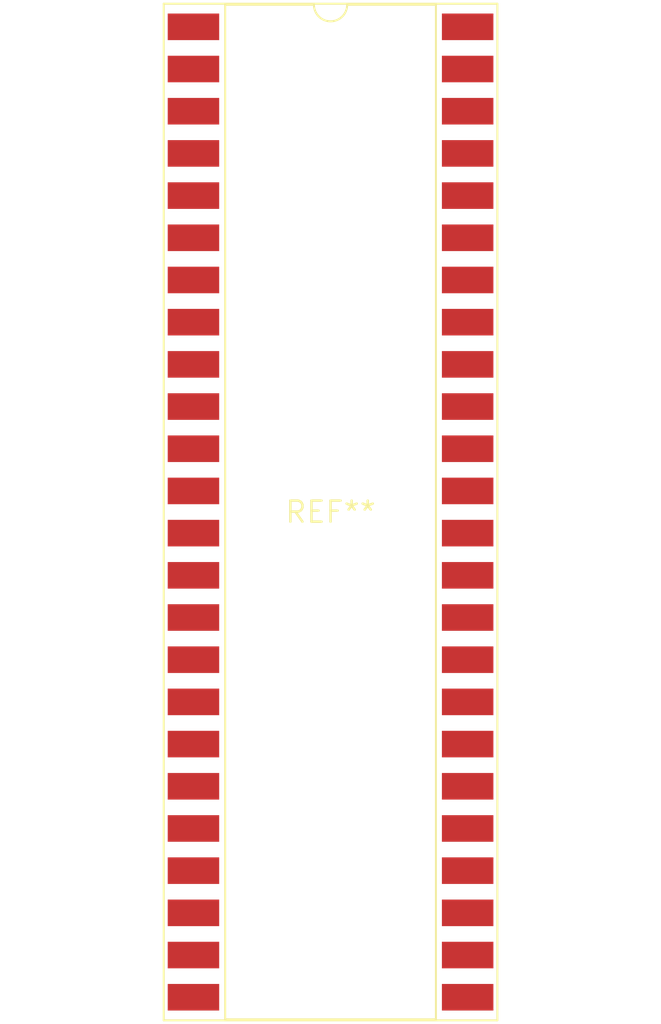
<source format=kicad_pcb>
(kicad_pcb (version 20240108) (generator pcbnew)
  (layers (0 "F.Cu" signal) (31 "B.Cu" signal) (34 "B.Paste" user) (35 "F.Paste" user) (36 "B.SilkS" user "B.Silkscreen") (37 "F.SilkS" user "F.Silkscreen") (38 "B.Mask" user) (39 "F.Mask" user) (44 "Edge.Cuts" user))
  (net 0 "")
  (footprint "DIP-48_W16.51mm_SMDSocket_LongPads" (layer "F.Cu") (at 0 0)
    (property "Reference" "REF**")
    (property "Value" "DIP-48_W16.51mm_SMDSocket_LongPads")
    (fp_line (start -10.045 -30.6) (end -10.045 30.6) (layer "F.SilkS") (stroke (width 0.12)))
    (fp_line (start -10.045 30.6) (end 10.045 30.6) (layer "F.SilkS") (stroke (width 0.12)))
    (fp_line (start -6.345 -30.54) (end -6.345 30.54) (layer "F.SilkS") (stroke (width 0.12)))
    (fp_line (start -6.345 30.54) (end 6.345 30.54) (layer "F.SilkS") (stroke (width 0.12)))
    (fp_line (start -1 -30.54) (end -6.345 -30.54) (layer "F.SilkS") (stroke (width 0.12)))
    (fp_line (start 6.345 -30.54) (end 1 -30.54) (layer "F.SilkS") (stroke (width 0.12)))
    (fp_line (start 6.345 30.54) (end 6.345 -30.54) (layer "F.SilkS") (stroke (width 0.12)))
    (fp_line (start 10.045 -30.6) (end -10.045 -30.6) (layer "F.SilkS") (stroke (width 0.12)))
    (fp_line (start 10.045 30.6) (end 10.045 -30.6) (layer "F.SilkS") (stroke (width 0.12)))
    (fp_arc (start 1 -30.54) (mid 0 -29.54) (end -1 -30.54) (layer "F.SilkS") (stroke (width 0.12)))
    (pad "1" smd rect (at -8.255 -29.21) (size 3.1 1.6) (layers "F.Cu" "F.Paste" "F.Mask"))
    (pad "2" smd rect (at -8.255 -26.67) (size 3.1 1.6) (layers "F.Cu" "F.Paste" "F.Mask"))
    (pad "3" smd rect (at -8.255 -24.13) (size 3.1 1.6) (layers "F.Cu" "F.Paste" "F.Mask"))
    (pad "4" smd rect (at -8.255 -21.59) (size 3.1 1.6) (layers "F.Cu" "F.Paste" "F.Mask"))
    (pad "5" smd rect (at -8.255 -19.05) (size 3.1 1.6) (layers "F.Cu" "F.Paste" "F.Mask"))
    (pad "6" smd rect (at -8.255 -16.51) (size 3.1 1.6) (layers "F.Cu" "F.Paste" "F.Mask"))
    (pad "7" smd rect (at -8.255 -13.97) (size 3.1 1.6) (layers "F.Cu" "F.Paste" "F.Mask"))
    (pad "8" smd rect (at -8.255 -11.43) (size 3.1 1.6) (layers "F.Cu" "F.Paste" "F.Mask"))
    (pad "9" smd rect (at -8.255 -8.89) (size 3.1 1.6) (layers "F.Cu" "F.Paste" "F.Mask"))
    (pad "10" smd rect (at -8.255 -6.35) (size 3.1 1.6) (layers "F.Cu" "F.Paste" "F.Mask"))
    (pad "11" smd rect (at -8.255 -3.81) (size 3.1 1.6) (layers "F.Cu" "F.Paste" "F.Mask"))
    (pad "12" smd rect (at -8.255 -1.27) (size 3.1 1.6) (layers "F.Cu" "F.Paste" "F.Mask"))
    (pad "13" smd rect (at -8.255 1.27) (size 3.1 1.6) (layers "F.Cu" "F.Paste" "F.Mask"))
    (pad "14" smd rect (at -8.255 3.81) (size 3.1 1.6) (layers "F.Cu" "F.Paste" "F.Mask"))
    (pad "15" smd rect (at -8.255 6.35) (size 3.1 1.6) (layers "F.Cu" "F.Paste" "F.Mask"))
    (pad "16" smd rect (at -8.255 8.89) (size 3.1 1.6) (layers "F.Cu" "F.Paste" "F.Mask"))
    (pad "17" smd rect (at -8.255 11.43) (size 3.1 1.6) (layers "F.Cu" "F.Paste" "F.Mask"))
    (pad "18" smd rect (at -8.255 13.97) (size 3.1 1.6) (layers "F.Cu" "F.Paste" "F.Mask"))
    (pad "19" smd rect (at -8.255 16.51) (size 3.1 1.6) (layers "F.Cu" "F.Paste" "F.Mask"))
    (pad "20" smd rect (at -8.255 19.05) (size 3.1 1.6) (layers "F.Cu" "F.Paste" "F.Mask"))
    (pad "21" smd rect (at -8.255 21.59) (size 3.1 1.6) (layers "F.Cu" "F.Paste" "F.Mask"))
    (pad "22" smd rect (at -8.255 24.13) (size 3.1 1.6) (layers "F.Cu" "F.Paste" "F.Mask"))
    (pad "23" smd rect (at -8.255 26.67) (size 3.1 1.6) (layers "F.Cu" "F.Paste" "F.Mask"))
    (pad "24" smd rect (at -8.255 29.21) (size 3.1 1.6) (layers "F.Cu" "F.Paste" "F.Mask"))
    (pad "25" smd rect (at 8.255 29.21) (size 3.1 1.6) (layers "F.Cu" "F.Paste" "F.Mask"))
    (pad "26" smd rect (at 8.255 26.67) (size 3.1 1.6) (layers "F.Cu" "F.Paste" "F.Mask"))
    (pad "27" smd rect (at 8.255 24.13) (size 3.1 1.6) (layers "F.Cu" "F.Paste" "F.Mask"))
    (pad "28" smd rect (at 8.255 21.59) (size 3.1 1.6) (layers "F.Cu" "F.Paste" "F.Mask"))
    (pad "29" smd rect (at 8.255 19.05) (size 3.1 1.6) (layers "F.Cu" "F.Paste" "F.Mask"))
    (pad "30" smd rect (at 8.255 16.51) (size 3.1 1.6) (layers "F.Cu" "F.Paste" "F.Mask"))
    (pad "31" smd rect (at 8.255 13.97) (size 3.1 1.6) (layers "F.Cu" "F.Paste" "F.Mask"))
    (pad "32" smd rect (at 8.255 11.43) (size 3.1 1.6) (layers "F.Cu" "F.Paste" "F.Mask"))
    (pad "33" smd rect (at 8.255 8.89) (size 3.1 1.6) (layers "F.Cu" "F.Paste" "F.Mask"))
    (pad "34" smd rect (at 8.255 6.35) (size 3.1 1.6) (layers "F.Cu" "F.Paste" "F.Mask"))
    (pad "35" smd rect (at 8.255 3.81) (size 3.1 1.6) (layers "F.Cu" "F.Paste" "F.Mask"))
    (pad "36" smd rect (at 8.255 1.27) (size 3.1 1.6) (layers "F.Cu" "F.Paste" "F.Mask"))
    (pad "37" smd rect (at 8.255 -1.27) (size 3.1 1.6) (layers "F.Cu" "F.Paste" "F.Mask"))
    (pad "38" smd rect (at 8.255 -3.81) (size 3.1 1.6) (layers "F.Cu" "F.Paste" "F.Mask"))
    (pad "39" smd rect (at 8.255 -6.35) (size 3.1 1.6) (layers "F.Cu" "F.Paste" "F.Mask"))
    (pad "40" smd rect (at 8.255 -8.89) (size 3.1 1.6) (layers "F.Cu" "F.Paste" "F.Mask"))
    (pad "41" smd rect (at 8.255 -11.43) (size 3.1 1.6) (layers "F.Cu" "F.Paste" "F.Mask"))
    (pad "42" smd rect (at 8.255 -13.97) (size 3.1 1.6) (layers "F.Cu" "F.Paste" "F.Mask"))
    (pad "43" smd rect (at 8.255 -16.51) (size 3.1 1.6) (layers "F.Cu" "F.Paste" "F.Mask"))
    (pad "44" smd rect (at 8.255 -19.05) (size 3.1 1.6) (layers "F.Cu" "F.Paste" "F.Mask"))
    (pad "45" smd rect (at 8.255 -21.59) (size 3.1 1.6) (layers "F.Cu" "F.Paste" "F.Mask"))
    (pad "46" smd rect (at 8.255 -24.13) (size 3.1 1.6) (layers "F.Cu" "F.Paste" "F.Mask"))
    (pad "47" smd rect (at 8.255 -26.67) (size 3.1 1.6) (layers "F.Cu" "F.Paste" "F.Mask"))
    (pad "48" smd rect (at 8.255 -29.21) (size 3.1 1.6) (layers "F.Cu" "F.Paste" "F.Mask"))
  )
)
</source>
